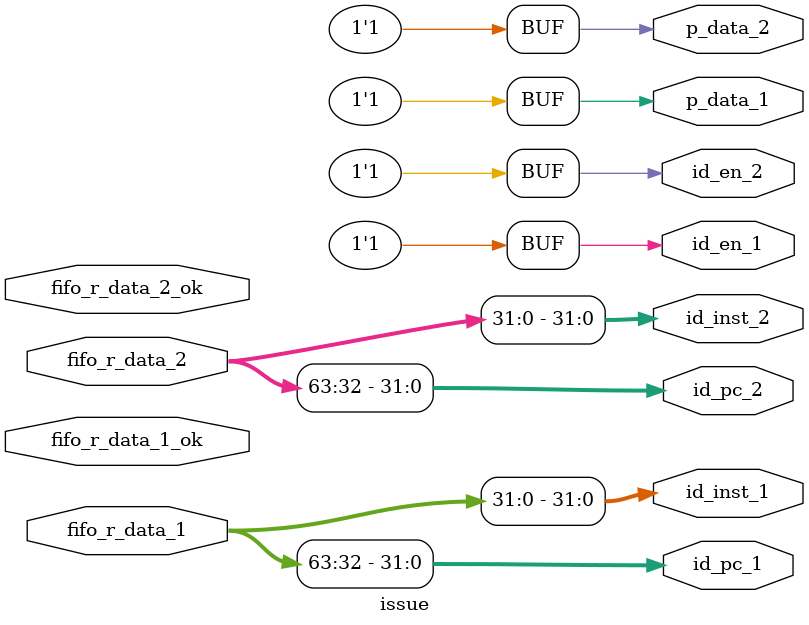
<source format=v>
`timescale 1ns / 1ps

module issue (
    input   wire [63:0] fifo_r_data_1,
    input   wire        fifo_r_data_1_ok,
    input   wire [63:0] fifo_r_data_2,
    input   wire        fifo_r_data_2_ok,
    output  wire        p_data_1,
    output  wire        p_data_2,

    output  wire [31:0] id_pc_1,
    output  wire [31:0] id_inst_1,
    output  wire        id_en_1,

    output  wire [31:0] id_pc_2,
    output  wire [31:0] id_inst_2,
    output  wire        id_en_2
);


    assign p_data_1     = 1'b1;
    assign p_data_2     = 1'b1;

    assign id_pc_1      = fifo_r_data_1[63:32];
    assign id_inst_1    = fifo_r_data_1[31: 0];
    assign id_en_1      = 1'b1;

    assign id_pc_2      = fifo_r_data_2[63:32];
    assign id_inst_2    = fifo_r_data_2[31: 0];
    assign id_en_2      = 1'b1;

endmodule
</source>
